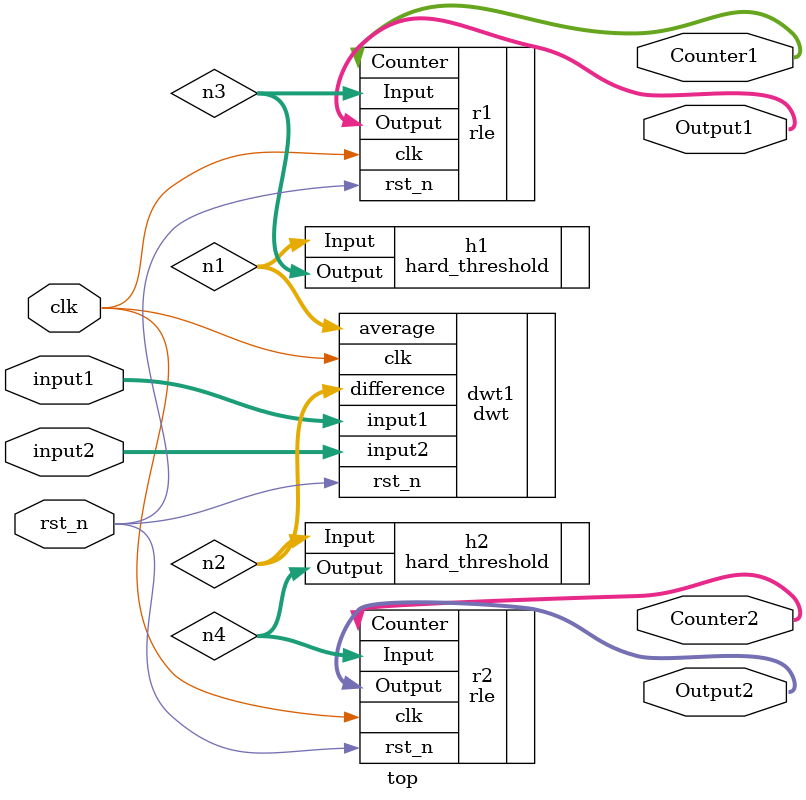
<source format=v>
module top( 
input  clk,rst_n,
input signed [7:0] input1,
input signed [7:0] input2,
output signed [7:0] Output1,
output  [7:0] Counter1,
output signed [7:0] Output2,
output  [7:0] Counter2);

wire [7:0] n1,n2,n3,n4;
//wire [7:0] output1, output2;
//wire [7:0] counter1, counter2;

dwt dwt1(.clk(clk),.rst_n(rst_n),.input1(input1), 
.input2(input2), .average(n1), .difference(n2));

hard_threshold h1 (.Input(n1),.Output(n3)); // avg
hard_threshold h2 (.Input(n2),.Output(n4)); // diff

rle r1 (.clk(clk),.rst_n(rst_n),.Input(n3),
.Output(Output1), .Counter(Counter1));

rle r2 (.clk(clk),.rst_n(rst_n),.Input(n4),
.Output(Output2), .Counter(Counter2));
//assign Output = {output1,counter1,output2,counter2};

endmodule

</source>
